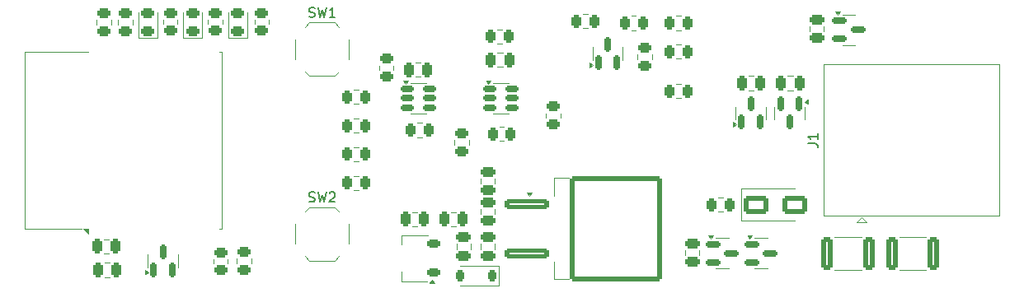
<source format=gbr>
%TF.GenerationSoftware,KiCad,Pcbnew,9.0.6*%
%TF.CreationDate,2026-02-07T10:01:58-05:00*%
%TF.ProjectId,OnionStraws,4f6e696f-6e53-4747-9261-77732e6b6963,rev?*%
%TF.SameCoordinates,Original*%
%TF.FileFunction,Legend,Top*%
%TF.FilePolarity,Positive*%
%FSLAX46Y46*%
G04 Gerber Fmt 4.6, Leading zero omitted, Abs format (unit mm)*
G04 Created by KiCad (PCBNEW 9.0.6) date 2026-02-07 10:01:58*
%MOMM*%
%LPD*%
G01*
G04 APERTURE LIST*
G04 Aperture macros list*
%AMRoundRect*
0 Rectangle with rounded corners*
0 $1 Rounding radius*
0 $2 $3 $4 $5 $6 $7 $8 $9 X,Y pos of 4 corners*
0 Add a 4 corners polygon primitive as box body*
4,1,4,$2,$3,$4,$5,$6,$7,$8,$9,$2,$3,0*
0 Add four circle primitives for the rounded corners*
1,1,$1+$1,$2,$3*
1,1,$1+$1,$4,$5*
1,1,$1+$1,$6,$7*
1,1,$1+$1,$8,$9*
0 Add four rect primitives between the rounded corners*
20,1,$1+$1,$2,$3,$4,$5,0*
20,1,$1+$1,$4,$5,$6,$7,0*
20,1,$1+$1,$6,$7,$8,$9,0*
20,1,$1+$1,$8,$9,$2,$3,0*%
%AMFreePoly0*
4,1,9,3.862500,-0.866500,0.737500,-0.866500,0.737500,-0.450000,-0.737500,-0.450000,-0.737500,0.450000,0.737500,0.450000,0.737500,0.866500,3.862500,0.866500,3.862500,-0.866500,3.862500,-0.866500,$1*%
G04 Aperture macros list end*
%ADD10C,0.150000*%
%ADD11C,0.120000*%
%ADD12RoundRect,0.250000X-0.250000X-0.475000X0.250000X-0.475000X0.250000X0.475000X-0.250000X0.475000X0*%
%ADD13RoundRect,0.250000X-0.262500X-0.450000X0.262500X-0.450000X0.262500X0.450000X-0.262500X0.450000X0*%
%ADD14RoundRect,0.250000X0.262500X0.450000X-0.262500X0.450000X-0.262500X-0.450000X0.262500X-0.450000X0*%
%ADD15RoundRect,0.150000X0.150000X-0.587500X0.150000X0.587500X-0.150000X0.587500X-0.150000X-0.587500X0*%
%ADD16RoundRect,0.250000X0.312500X1.450000X-0.312500X1.450000X-0.312500X-1.450000X0.312500X-1.450000X0*%
%ADD17R,1.000000X0.750000*%
%ADD18RoundRect,0.243750X0.456250X-0.243750X0.456250X0.243750X-0.456250X0.243750X-0.456250X-0.243750X0*%
%ADD19RoundRect,0.150000X-0.587500X-0.150000X0.587500X-0.150000X0.587500X0.150000X-0.587500X0.150000X0*%
%ADD20RoundRect,0.250000X0.450000X-0.262500X0.450000X0.262500X-0.450000X0.262500X-0.450000X-0.262500X0*%
%ADD21RoundRect,0.250000X-0.450000X0.262500X-0.450000X-0.262500X0.450000X-0.262500X0.450000X0.262500X0*%
%ADD22RoundRect,0.150000X-0.512500X-0.150000X0.512500X-0.150000X0.512500X0.150000X-0.512500X0.150000X0*%
%ADD23RoundRect,0.250000X0.475000X-0.250000X0.475000X0.250000X-0.475000X0.250000X-0.475000X-0.250000X0*%
%ADD24RoundRect,0.250000X0.250000X0.475000X-0.250000X0.475000X-0.250000X-0.475000X0.250000X-0.475000X0*%
%ADD25C,3.200000*%
%ADD26R,0.900000X1.500000*%
%ADD27C,0.600000*%
%ADD28R,2.900000X2.900000*%
%ADD29RoundRect,0.250000X-0.475000X0.250000X-0.475000X-0.250000X0.475000X-0.250000X0.475000X0.250000X0*%
%ADD30RoundRect,0.250000X-2.050000X-0.300000X2.050000X-0.300000X2.050000X0.300000X-2.050000X0.300000X0*%
%ADD31RoundRect,0.250002X-4.449998X-5.149998X4.449998X-5.149998X4.449998X5.149998X-4.449998X5.149998X0*%
%ADD32RoundRect,0.225000X0.225000X0.375000X-0.225000X0.375000X-0.225000X-0.375000X0.225000X-0.375000X0*%
%ADD33RoundRect,0.250000X-0.312500X-1.450000X0.312500X-1.450000X0.312500X1.450000X-0.312500X1.450000X0*%
%ADD34R,1.500000X1.500000*%
%ADD35C,1.500000*%
%ADD36RoundRect,0.225000X0.425000X0.225000X-0.425000X0.225000X-0.425000X-0.225000X0.425000X-0.225000X0*%
%ADD37FreePoly0,180.000000*%
%ADD38RoundRect,0.250000X-1.000000X-0.650000X1.000000X-0.650000X1.000000X0.650000X-1.000000X0.650000X0*%
%ADD39RoundRect,0.150000X-0.150000X0.587500X-0.150000X-0.587500X0.150000X-0.587500X0.150000X0.587500X0*%
%ADD40C,0.990600*%
%ADD41R,1.700000X1.700000*%
%ADD42O,1.700000X1.700000*%
G04 APERTURE END LIST*
D10*
X65666667Y-101157200D02*
X65809524Y-101204819D01*
X65809524Y-101204819D02*
X66047619Y-101204819D01*
X66047619Y-101204819D02*
X66142857Y-101157200D01*
X66142857Y-101157200D02*
X66190476Y-101109580D01*
X66190476Y-101109580D02*
X66238095Y-101014342D01*
X66238095Y-101014342D02*
X66238095Y-100919104D01*
X66238095Y-100919104D02*
X66190476Y-100823866D01*
X66190476Y-100823866D02*
X66142857Y-100776247D01*
X66142857Y-100776247D02*
X66047619Y-100728628D01*
X66047619Y-100728628D02*
X65857143Y-100681009D01*
X65857143Y-100681009D02*
X65761905Y-100633390D01*
X65761905Y-100633390D02*
X65714286Y-100585771D01*
X65714286Y-100585771D02*
X65666667Y-100490533D01*
X65666667Y-100490533D02*
X65666667Y-100395295D01*
X65666667Y-100395295D02*
X65714286Y-100300057D01*
X65714286Y-100300057D02*
X65761905Y-100252438D01*
X65761905Y-100252438D02*
X65857143Y-100204819D01*
X65857143Y-100204819D02*
X66095238Y-100204819D01*
X66095238Y-100204819D02*
X66238095Y-100252438D01*
X66571429Y-100204819D02*
X66809524Y-101204819D01*
X66809524Y-101204819D02*
X67000000Y-100490533D01*
X67000000Y-100490533D02*
X67190476Y-101204819D01*
X67190476Y-101204819D02*
X67428572Y-100204819D01*
X67761905Y-100300057D02*
X67809524Y-100252438D01*
X67809524Y-100252438D02*
X67904762Y-100204819D01*
X67904762Y-100204819D02*
X68142857Y-100204819D01*
X68142857Y-100204819D02*
X68238095Y-100252438D01*
X68238095Y-100252438D02*
X68285714Y-100300057D01*
X68285714Y-100300057D02*
X68333333Y-100395295D01*
X68333333Y-100395295D02*
X68333333Y-100490533D01*
X68333333Y-100490533D02*
X68285714Y-100633390D01*
X68285714Y-100633390D02*
X67714286Y-101204819D01*
X67714286Y-101204819D02*
X68333333Y-101204819D01*
X65666667Y-82157200D02*
X65809524Y-82204819D01*
X65809524Y-82204819D02*
X66047619Y-82204819D01*
X66047619Y-82204819D02*
X66142857Y-82157200D01*
X66142857Y-82157200D02*
X66190476Y-82109580D01*
X66190476Y-82109580D02*
X66238095Y-82014342D01*
X66238095Y-82014342D02*
X66238095Y-81919104D01*
X66238095Y-81919104D02*
X66190476Y-81823866D01*
X66190476Y-81823866D02*
X66142857Y-81776247D01*
X66142857Y-81776247D02*
X66047619Y-81728628D01*
X66047619Y-81728628D02*
X65857143Y-81681009D01*
X65857143Y-81681009D02*
X65761905Y-81633390D01*
X65761905Y-81633390D02*
X65714286Y-81585771D01*
X65714286Y-81585771D02*
X65666667Y-81490533D01*
X65666667Y-81490533D02*
X65666667Y-81395295D01*
X65666667Y-81395295D02*
X65714286Y-81300057D01*
X65714286Y-81300057D02*
X65761905Y-81252438D01*
X65761905Y-81252438D02*
X65857143Y-81204819D01*
X65857143Y-81204819D02*
X66095238Y-81204819D01*
X66095238Y-81204819D02*
X66238095Y-81252438D01*
X66571429Y-81204819D02*
X66809524Y-82204819D01*
X66809524Y-82204819D02*
X67000000Y-81490533D01*
X67000000Y-81490533D02*
X67190476Y-82204819D01*
X67190476Y-82204819D02*
X67428572Y-81204819D01*
X68333333Y-82204819D02*
X67761905Y-82204819D01*
X68047619Y-82204819D02*
X68047619Y-81204819D01*
X68047619Y-81204819D02*
X67952381Y-81347676D01*
X67952381Y-81347676D02*
X67857143Y-81442914D01*
X67857143Y-81442914D02*
X67761905Y-81490533D01*
X116879819Y-95170833D02*
X117594104Y-95170833D01*
X117594104Y-95170833D02*
X117736961Y-95218452D01*
X117736961Y-95218452D02*
X117832200Y-95313690D01*
X117832200Y-95313690D02*
X117879819Y-95456547D01*
X117879819Y-95456547D02*
X117879819Y-95551785D01*
X117879819Y-94170833D02*
X117879819Y-94742261D01*
X117879819Y-94456547D02*
X116879819Y-94456547D01*
X116879819Y-94456547D02*
X117022676Y-94551785D01*
X117022676Y-94551785D02*
X117117914Y-94647023D01*
X117117914Y-94647023D02*
X117165533Y-94742261D01*
D11*
%TO.C,C14*%
X76263748Y-102265000D02*
X76786252Y-102265000D01*
X76263748Y-103735000D02*
X76786252Y-103735000D01*
%TO.C,R25*%
X103385436Y-89065000D02*
X103839564Y-89065000D01*
X103385436Y-90535000D02*
X103839564Y-90535000D01*
%TO.C,R17*%
X85664564Y-93465000D02*
X85210436Y-93465000D01*
X85664564Y-94935000D02*
X85210436Y-94935000D01*
%TO.C,D9*%
X94765000Y-85937500D02*
X94765000Y-85287500D01*
X94765000Y-85937500D02*
X94765000Y-86587500D01*
X97885000Y-85937500D02*
X97885000Y-85287500D01*
X97885000Y-85937500D02*
X97885000Y-86587500D01*
X94815000Y-87100000D02*
X94485000Y-87340000D01*
X94485000Y-86860000D01*
X94815000Y-87100000D01*
G36*
X94815000Y-87100000D02*
G01*
X94485000Y-87340000D01*
X94485000Y-86860000D01*
X94815000Y-87100000D01*
G37*
%TO.C,F2*%
X122411252Y-104790000D02*
X119638748Y-104790000D01*
X122411252Y-108210000D02*
X119638748Y-108210000D01*
%TO.C,SW2*%
X64250000Y-103500000D02*
X64250000Y-105500000D01*
X65250000Y-102200000D02*
X65700000Y-101750000D01*
X65250000Y-106800000D02*
X65700000Y-107250000D01*
X65700000Y-101750000D02*
X68300000Y-101750000D01*
X65700000Y-107250000D02*
X68300000Y-107250000D01*
X68750000Y-102200000D02*
X68300000Y-101750000D01*
X68750000Y-106800000D02*
X68300000Y-107250000D01*
X69750000Y-103500000D02*
X69750000Y-105500000D01*
%TO.C,D6*%
X57377500Y-81687500D02*
X57377500Y-84372500D01*
X57377500Y-84372500D02*
X59297500Y-84372500D01*
X59297500Y-84372500D02*
X59297500Y-81687500D01*
%TO.C,Q2*%
X108087500Y-104940000D02*
X107437500Y-104940000D01*
X108087500Y-104940000D02*
X108737500Y-104940000D01*
X108087500Y-108060000D02*
X107437500Y-108060000D01*
X108087500Y-108060000D02*
X108737500Y-108060000D01*
X106925000Y-104990000D02*
X106685000Y-104660000D01*
X107165000Y-104660000D01*
X106925000Y-104990000D01*
G36*
X106925000Y-104990000D02*
G01*
X106685000Y-104660000D01*
X107165000Y-104660000D01*
X106925000Y-104990000D01*
G37*
%TO.C,R2*%
X55865000Y-107539564D02*
X55865000Y-107085436D01*
X57335000Y-107539564D02*
X57335000Y-107085436D01*
%TO.C,R7*%
X55295000Y-82460436D02*
X55295000Y-82914564D01*
X56765000Y-82460436D02*
X56765000Y-82914564D01*
%TO.C,R10*%
X70285436Y-89665000D02*
X70739564Y-89665000D01*
X70285436Y-91135000D02*
X70739564Y-91135000D01*
%TO.C,C6*%
X76613748Y-86865000D02*
X77136252Y-86865000D01*
X76613748Y-88335000D02*
X77136252Y-88335000D01*
%TO.C,D1*%
X121087500Y-81940000D02*
X120437500Y-81940000D01*
X121087500Y-81940000D02*
X121737500Y-81940000D01*
X121087500Y-85060000D02*
X120437500Y-85060000D01*
X121087500Y-85060000D02*
X121737500Y-85060000D01*
X119925000Y-81990000D02*
X119685000Y-81660000D01*
X120165000Y-81660000D01*
X119925000Y-81990000D01*
G36*
X119925000Y-81990000D02*
G01*
X119685000Y-81660000D01*
X120165000Y-81660000D01*
X119925000Y-81990000D01*
G37*
%TO.C,U5*%
X76887500Y-88990000D02*
X76087500Y-88990000D01*
X76887500Y-88990000D02*
X77687500Y-88990000D01*
X76887500Y-92110000D02*
X76087500Y-92110000D01*
X76887500Y-92110000D02*
X77687500Y-92110000D01*
X75587500Y-89040000D02*
X75347500Y-88710000D01*
X75827500Y-88710000D01*
X75587500Y-89040000D01*
G36*
X75587500Y-89040000D02*
G01*
X75347500Y-88710000D01*
X75827500Y-88710000D01*
X75587500Y-89040000D01*
G37*
%TO.C,C3*%
X117065000Y-83661252D02*
X117065000Y-83138748D01*
X118535000Y-83661252D02*
X118535000Y-83138748D01*
%TO.C,R11*%
X70285436Y-92615000D02*
X70739564Y-92615000D01*
X70285436Y-94085000D02*
X70739564Y-94085000D01*
%TO.C,C4*%
X45211252Y-107465000D02*
X44688748Y-107465000D01*
X45211252Y-108935000D02*
X44688748Y-108935000D01*
%TO.C,U2*%
X36490000Y-85750000D02*
X42990000Y-85750000D01*
X36490000Y-103970000D02*
X36490000Y-85750000D01*
X36490000Y-103970000D02*
X42300000Y-103970000D01*
X56410000Y-85750000D02*
X56710000Y-85750000D01*
X56410000Y-103970000D02*
X56710000Y-103970000D01*
X56710000Y-103970000D02*
X56710000Y-85750000D01*
X43000000Y-104460000D02*
X42500000Y-103960000D01*
X43000000Y-103960000D01*
X43000000Y-104460000D01*
G36*
X43000000Y-104460000D02*
G01*
X42500000Y-103960000D01*
X43000000Y-103960000D01*
X43000000Y-104460000D01*
G37*
%TO.C,R16*%
X76785436Y-93065000D02*
X77239564Y-93065000D01*
X76785436Y-94535000D02*
X77239564Y-94535000D01*
%TO.C,R13*%
X70285436Y-98515000D02*
X70739564Y-98515000D01*
X70285436Y-99985000D02*
X70739564Y-99985000D01*
%TO.C,C2*%
X44588748Y-105045000D02*
X45111252Y-105045000D01*
X44588748Y-106515000D02*
X45111252Y-106515000D01*
%TO.C,C12*%
X80790000Y-105538748D02*
X80790000Y-106061252D01*
X82260000Y-105538748D02*
X82260000Y-106061252D01*
%TO.C,Q1*%
X112087500Y-104940000D02*
X111437500Y-104940000D01*
X112087500Y-104940000D02*
X112737500Y-104940000D01*
X112087500Y-108060000D02*
X111437500Y-108060000D01*
X112087500Y-108060000D02*
X112737500Y-108060000D01*
X110925000Y-104990000D02*
X110685000Y-104660000D01*
X111165000Y-104660000D01*
X110925000Y-104990000D01*
G36*
X110925000Y-104990000D02*
G01*
X110685000Y-104660000D01*
X111165000Y-104660000D01*
X110925000Y-104990000D01*
G37*
%TO.C,U3*%
X90850000Y-98760000D02*
X90850000Y-100570000D01*
X90850000Y-109160000D02*
X90850000Y-107350000D01*
X92350000Y-98760000D02*
X90850000Y-98760000D01*
X92350000Y-109160000D02*
X90850000Y-109160000D01*
X88287500Y-100570000D02*
X88047500Y-100240000D01*
X88527500Y-100240000D01*
X88287500Y-100570000D01*
G36*
X88287500Y-100570000D02*
G01*
X88047500Y-100240000D01*
X88527500Y-100240000D01*
X88287500Y-100570000D01*
G37*
%TO.C,C1*%
X85536252Y-85865000D02*
X85013748Y-85865000D01*
X85536252Y-87335000D02*
X85013748Y-87335000D01*
%TO.C,C9*%
X83290000Y-101938748D02*
X83290000Y-102461252D01*
X84760000Y-101938748D02*
X84760000Y-102461252D01*
%TO.C,U1*%
X49090000Y-107262500D02*
X49090000Y-106612500D01*
X49090000Y-107262500D02*
X49090000Y-107912500D01*
X52210000Y-107262500D02*
X52210000Y-106612500D01*
X52210000Y-107262500D02*
X52210000Y-107912500D01*
X49140000Y-108425000D02*
X48810000Y-108665000D01*
X48810000Y-108185000D01*
X49140000Y-108425000D01*
G36*
X49140000Y-108425000D02*
G01*
X48810000Y-108665000D01*
X48810000Y-108185000D01*
X49140000Y-108425000D01*
G37*
%TO.C,R21*%
X89990000Y-92539564D02*
X89990000Y-92085436D01*
X91460000Y-92539564D02*
X91460000Y-92085436D01*
%TO.C,R19*%
X94264564Y-81865000D02*
X93810436Y-81865000D01*
X94264564Y-83335000D02*
X93810436Y-83335000D01*
%TO.C,R6*%
X50680000Y-82914564D02*
X50680000Y-82460436D01*
X52150000Y-82914564D02*
X52150000Y-82460436D01*
%TO.C,R20*%
X80590000Y-94860436D02*
X80590000Y-95314564D01*
X82060000Y-94860436D02*
X82060000Y-95314564D01*
%TO.C,R1*%
X60065000Y-82460436D02*
X60065000Y-82914564D01*
X61535000Y-82460436D02*
X61535000Y-82914564D01*
%TO.C,C11*%
X83290000Y-106061252D02*
X83290000Y-105538748D01*
X84760000Y-106061252D02*
X84760000Y-105538748D01*
%TO.C,D8*%
X85185000Y-107800000D02*
X81175000Y-107800000D01*
X85185000Y-109800000D02*
X81175000Y-109800000D01*
X85185000Y-109800000D02*
X85185000Y-107800000D01*
%TO.C,C8*%
X104290000Y-106711252D02*
X104290000Y-106188748D01*
X105760000Y-106711252D02*
X105760000Y-106188748D01*
%TO.C,C10*%
X83290000Y-98788748D02*
X83290000Y-99311252D01*
X84760000Y-98788748D02*
X84760000Y-99311252D01*
%TO.C,F1*%
X126276248Y-104790000D02*
X129048752Y-104790000D01*
X126276248Y-108210000D02*
X129048752Y-108210000D01*
%TO.C,SW1*%
X64250000Y-84500000D02*
X64250000Y-86500000D01*
X65250000Y-83200000D02*
X65700000Y-82750000D01*
X65250000Y-87800000D02*
X65700000Y-88250000D01*
X65700000Y-82750000D02*
X68300000Y-82750000D01*
X65700000Y-88250000D02*
X68300000Y-88250000D01*
X68750000Y-83200000D02*
X68300000Y-82750000D01*
X68750000Y-87800000D02*
X68300000Y-88250000D01*
X69750000Y-84500000D02*
X69750000Y-86500000D01*
%TO.C,R15*%
X72865000Y-87172936D02*
X72865000Y-87627064D01*
X74335000Y-87172936D02*
X74335000Y-87627064D01*
%TO.C,R4*%
X43865000Y-82939564D02*
X43865000Y-82485436D01*
X45335000Y-82939564D02*
X45335000Y-82485436D01*
%TO.C,R24*%
X103385436Y-85015000D02*
X103839564Y-85015000D01*
X103385436Y-86485000D02*
X103839564Y-86485000D01*
%TO.C,J1*%
X118545000Y-87077500D02*
X118545000Y-102597500D01*
X118545000Y-87077500D02*
X136505000Y-87077500D01*
X118545000Y-102597500D02*
X136505000Y-102597500D01*
X121925000Y-103282500D02*
X122925000Y-103282500D01*
X122425000Y-102782500D02*
X121925000Y-103282500D01*
X122925000Y-103282500D02*
X122425000Y-102782500D01*
X136505000Y-102597500D02*
X136505000Y-87077500D01*
%TO.C,D3*%
X109465000Y-92062500D02*
X109465000Y-91412500D01*
X109465000Y-92062500D02*
X109465000Y-92712500D01*
X112585000Y-92062500D02*
X112585000Y-91412500D01*
X112585000Y-92062500D02*
X112585000Y-92712500D01*
X109515000Y-93225000D02*
X109185000Y-93465000D01*
X109185000Y-92985000D01*
X109515000Y-93225000D01*
G36*
X109515000Y-93225000D02*
G01*
X109185000Y-93465000D01*
X109185000Y-92985000D01*
X109515000Y-93225000D01*
G37*
%TO.C,C5*%
X114813748Y-88265000D02*
X115336252Y-88265000D01*
X114813748Y-89735000D02*
X115336252Y-89735000D01*
%TO.C,C13*%
X80213748Y-102265000D02*
X80736252Y-102265000D01*
X80213748Y-103735000D02*
X80736252Y-103735000D01*
%TO.C,R12*%
X70285436Y-95565000D02*
X70739564Y-95565000D01*
X70285436Y-97035000D02*
X70739564Y-97035000D01*
%TO.C,R9*%
X108164564Y-100765000D02*
X107710436Y-100765000D01*
X108164564Y-102235000D02*
X107710436Y-102235000D01*
%TO.C,U4*%
X85387500Y-88990000D02*
X84587500Y-88990000D01*
X85387500Y-88990000D02*
X86187500Y-88990000D01*
X85387500Y-92110000D02*
X84587500Y-92110000D01*
X85387500Y-92110000D02*
X86187500Y-92110000D01*
X84087500Y-89040000D02*
X83847500Y-88710000D01*
X84327500Y-88710000D01*
X84087500Y-89040000D01*
G36*
X84087500Y-89040000D02*
G01*
X83847500Y-88710000D01*
X84327500Y-88710000D01*
X84087500Y-89040000D01*
G37*
%TO.C,R14*%
X85464564Y-83465000D02*
X85010436Y-83465000D01*
X85464564Y-84935000D02*
X85010436Y-84935000D01*
%TO.C,R23*%
X103385436Y-82065000D02*
X103839564Y-82065000D01*
X103385436Y-83535000D02*
X103839564Y-83535000D01*
%TO.C,U6*%
X75165000Y-104640000D02*
X77885000Y-104640000D01*
X75165000Y-105620000D02*
X75165000Y-104640000D01*
X75165000Y-108380000D02*
X75165000Y-109360000D01*
X77745000Y-109360000D02*
X75165000Y-109360000D01*
X78535000Y-109540000D02*
X78055000Y-109540000D01*
X78295000Y-109210000D01*
X78535000Y-109540000D01*
G36*
X78535000Y-109540000D02*
G01*
X78055000Y-109540000D01*
X78295000Y-109210000D01*
X78535000Y-109540000D01*
G37*
%TO.C,R18*%
X99390000Y-86060436D02*
X99390000Y-86514564D01*
X100860000Y-86060436D02*
X100860000Y-86514564D01*
%TO.C,R3*%
X58265000Y-107060436D02*
X58265000Y-107514564D01*
X59735000Y-107060436D02*
X59735000Y-107514564D01*
%TO.C,R22*%
X98785436Y-82065000D02*
X99239564Y-82065000D01*
X98785436Y-83535000D02*
X99239564Y-83535000D01*
%TO.C,R5*%
X46065000Y-82939564D02*
X46065000Y-82485436D01*
X47535000Y-82939564D02*
X47535000Y-82485436D01*
%TO.C,C7*%
X110813748Y-88265000D02*
X111336252Y-88265000D01*
X110813748Y-89735000D02*
X111336252Y-89735000D01*
%TO.C,D5*%
X48147500Y-81687500D02*
X48147500Y-84372500D01*
X48147500Y-84372500D02*
X50067500Y-84372500D01*
X50067500Y-84372500D02*
X50067500Y-81687500D01*
%TO.C,D7*%
X110015000Y-99850000D02*
X110015000Y-103150000D01*
X110015000Y-99850000D02*
X115525000Y-99850000D01*
X110015000Y-103150000D02*
X115525000Y-103150000D01*
%TO.C,D4*%
X52762500Y-81687500D02*
X52762500Y-84372500D01*
X52762500Y-84372500D02*
X54682500Y-84372500D01*
X54682500Y-84372500D02*
X54682500Y-81687500D01*
%TO.C,D2*%
X113465000Y-92062500D02*
X113465000Y-91412500D01*
X113465000Y-92062500D02*
X113465000Y-92712500D01*
X116585000Y-92062500D02*
X116585000Y-91412500D01*
X116585000Y-92062500D02*
X116585000Y-92712500D01*
X116865000Y-91140000D02*
X116535000Y-90900000D01*
X116865000Y-90660000D01*
X116865000Y-91140000D01*
G36*
X116865000Y-91140000D02*
G01*
X116535000Y-90900000D01*
X116865000Y-90660000D01*
X116865000Y-91140000D01*
G37*
%TD*%
%LPC*%
D12*
%TO.C,C14*%
X75575000Y-103000000D03*
X77475000Y-103000000D03*
%TD*%
D13*
%TO.C,R25*%
X102700000Y-89800000D03*
X104525000Y-89800000D03*
%TD*%
D14*
%TO.C,R17*%
X86350000Y-94200000D03*
X84525000Y-94200000D03*
%TD*%
D15*
%TO.C,D9*%
X95375000Y-86875000D03*
X97275000Y-86875000D03*
X96325000Y-85000000D03*
%TD*%
D16*
%TO.C,F2*%
X123162500Y-106500000D03*
X118887500Y-106500000D03*
%TD*%
D17*
%TO.C,SW2*%
X64000000Y-102625000D03*
X70000000Y-102625000D03*
X64000000Y-106375000D03*
X70000000Y-106375000D03*
%TD*%
D18*
%TO.C,D6*%
X58337500Y-83625000D03*
X58337500Y-81750000D03*
%TD*%
D19*
%TO.C,Q2*%
X107150000Y-105550000D03*
X107150000Y-107450000D03*
X109025000Y-106500000D03*
%TD*%
D20*
%TO.C,R2*%
X56600000Y-108225000D03*
X56600000Y-106400000D03*
%TD*%
D21*
%TO.C,R7*%
X56030000Y-81775000D03*
X56030000Y-83600000D03*
%TD*%
D13*
%TO.C,R10*%
X69600000Y-90400000D03*
X71425000Y-90400000D03*
%TD*%
D12*
%TO.C,C6*%
X75925000Y-87600000D03*
X77825000Y-87600000D03*
%TD*%
D19*
%TO.C,D1*%
X120150000Y-82550000D03*
X120150000Y-84450000D03*
X122025000Y-83500000D03*
%TD*%
D22*
%TO.C,U5*%
X75750000Y-89600000D03*
X75750000Y-90550000D03*
X75750000Y-91500000D03*
X78025000Y-91500000D03*
X78025000Y-90550000D03*
X78025000Y-89600000D03*
%TD*%
D23*
%TO.C,C3*%
X117800000Y-84350000D03*
X117800000Y-82450000D03*
%TD*%
D13*
%TO.C,R11*%
X69600000Y-93350000D03*
X71425000Y-93350000D03*
%TD*%
D24*
%TO.C,C4*%
X45900000Y-108200000D03*
X44000000Y-108200000D03*
%TD*%
D25*
%TO.C,H1*%
X65000000Y-95000000D03*
%TD*%
D26*
%TO.C,U2*%
X43700000Y-103610000D03*
X45200000Y-103610000D03*
X46700000Y-103610000D03*
X48200000Y-103610000D03*
X49700000Y-103610000D03*
X51200000Y-103610000D03*
X52700000Y-103610000D03*
X54200000Y-103610000D03*
X55700000Y-103610000D03*
X55700000Y-86110000D03*
X54200000Y-86110000D03*
X52700000Y-86110000D03*
X51200000Y-86110000D03*
X49700000Y-86110000D03*
X48200000Y-86110000D03*
X46700000Y-86110000D03*
X45200000Y-86110000D03*
X43700000Y-86110000D03*
D27*
X49350000Y-95000000D03*
X50450000Y-95000000D03*
X48800000Y-94450000D03*
X49900000Y-94450000D03*
X51000000Y-94450000D03*
X49350000Y-93900000D03*
D28*
X49900000Y-93900000D03*
D27*
X50450000Y-93900000D03*
X48800000Y-93350000D03*
X49900000Y-93350000D03*
X51000000Y-93350000D03*
X49350000Y-92800000D03*
X50450000Y-92800000D03*
%TD*%
D13*
%TO.C,R16*%
X76100000Y-93800000D03*
X77925000Y-93800000D03*
%TD*%
%TO.C,R13*%
X69600000Y-99250000D03*
X71425000Y-99250000D03*
%TD*%
D12*
%TO.C,C2*%
X43900000Y-105780000D03*
X45800000Y-105780000D03*
%TD*%
D29*
%TO.C,C12*%
X81525000Y-104850000D03*
X81525000Y-106750000D03*
%TD*%
D19*
%TO.C,Q1*%
X111150000Y-105550000D03*
X111150000Y-107450000D03*
X113025000Y-106500000D03*
%TD*%
D30*
%TO.C,U3*%
X88025000Y-101420000D03*
D31*
X97175000Y-103960000D03*
D30*
X88025000Y-106500000D03*
%TD*%
D24*
%TO.C,C1*%
X86225000Y-86600000D03*
X84325000Y-86600000D03*
%TD*%
D29*
%TO.C,C9*%
X84025000Y-101250000D03*
X84025000Y-103150000D03*
%TD*%
D15*
%TO.C,U1*%
X49700000Y-108200000D03*
X51600000Y-108200000D03*
X50650000Y-106325000D03*
%TD*%
D20*
%TO.C,R21*%
X90725000Y-93225000D03*
X90725000Y-91400000D03*
%TD*%
D14*
%TO.C,R19*%
X94950000Y-82600000D03*
X93125000Y-82600000D03*
%TD*%
D20*
%TO.C,R6*%
X51415000Y-83600000D03*
X51415000Y-81775000D03*
%TD*%
D21*
%TO.C,R20*%
X81325000Y-94175000D03*
X81325000Y-96000000D03*
%TD*%
%TO.C,R1*%
X60800000Y-81775000D03*
X60800000Y-83600000D03*
%TD*%
D23*
%TO.C,C11*%
X84025000Y-106750000D03*
X84025000Y-104850000D03*
%TD*%
D32*
%TO.C,D8*%
X84475000Y-108800000D03*
X81175000Y-108800000D03*
%TD*%
D23*
%TO.C,C8*%
X105025000Y-107400000D03*
X105025000Y-105500000D03*
%TD*%
D29*
%TO.C,C10*%
X84025000Y-98100000D03*
X84025000Y-100000000D03*
%TD*%
D33*
%TO.C,F1*%
X125525000Y-106500000D03*
X129800000Y-106500000D03*
%TD*%
D17*
%TO.C,SW1*%
X64000000Y-83625000D03*
X70000000Y-83625000D03*
X64000000Y-87375000D03*
X70000000Y-87375000D03*
%TD*%
D21*
%TO.C,R15*%
X73600000Y-86487500D03*
X73600000Y-88312500D03*
%TD*%
D20*
%TO.C,R4*%
X44600000Y-83625000D03*
X44600000Y-81800000D03*
%TD*%
D13*
%TO.C,R24*%
X102700000Y-85750000D03*
X104525000Y-85750000D03*
%TD*%
D25*
%TO.C,J1*%
X128775000Y-100552500D03*
X128775000Y-89122500D03*
D34*
X122425000Y-99282500D03*
D35*
X119885000Y-98012500D03*
X122425000Y-96742500D03*
X119885000Y-95472500D03*
X122425000Y-94202500D03*
X119885000Y-92932500D03*
X122425000Y-91662500D03*
X119885000Y-90392500D03*
%TD*%
D25*
%TO.C,H2*%
X103525000Y-95000000D03*
%TD*%
D15*
%TO.C,D3*%
X110075000Y-93000000D03*
X111975000Y-93000000D03*
X111025000Y-91125000D03*
%TD*%
D12*
%TO.C,C5*%
X114125000Y-89000000D03*
X116025000Y-89000000D03*
%TD*%
%TO.C,C13*%
X79525000Y-103000000D03*
X81425000Y-103000000D03*
%TD*%
D13*
%TO.C,R12*%
X69600000Y-96300000D03*
X71425000Y-96300000D03*
%TD*%
D14*
%TO.C,R9*%
X108850000Y-101500000D03*
X107025000Y-101500000D03*
%TD*%
D22*
%TO.C,U4*%
X84250000Y-89600000D03*
X84250000Y-90550000D03*
X84250000Y-91500000D03*
X86525000Y-91500000D03*
X86525000Y-90550000D03*
X86525000Y-89600000D03*
%TD*%
D14*
%TO.C,R14*%
X86150000Y-84200000D03*
X84325000Y-84200000D03*
%TD*%
D13*
%TO.C,R23*%
X102700000Y-82800000D03*
X104525000Y-82800000D03*
%TD*%
D36*
%TO.C,U6*%
X78475000Y-108500000D03*
D37*
X78387500Y-107000000D03*
D36*
X78475000Y-105500000D03*
%TD*%
D21*
%TO.C,R18*%
X100125000Y-85375000D03*
X100125000Y-87200000D03*
%TD*%
%TO.C,R3*%
X59000000Y-106375000D03*
X59000000Y-108200000D03*
%TD*%
D13*
%TO.C,R22*%
X98100000Y-82800000D03*
X99925000Y-82800000D03*
%TD*%
D20*
%TO.C,R5*%
X46800000Y-83625000D03*
X46800000Y-81800000D03*
%TD*%
D12*
%TO.C,C7*%
X110125000Y-89000000D03*
X112025000Y-89000000D03*
%TD*%
D18*
%TO.C,D5*%
X49107500Y-83625000D03*
X49107500Y-81750000D03*
%TD*%
D38*
%TO.C,D7*%
X111525000Y-101500000D03*
X115525000Y-101500000D03*
%TD*%
D18*
%TO.C,D4*%
X53722500Y-83625000D03*
X53722500Y-81750000D03*
%TD*%
D39*
%TO.C,D2*%
X115975000Y-91125000D03*
X114075000Y-91125000D03*
X115025000Y-93000000D03*
%TD*%
D40*
%TO.C,J3*%
X53270000Y-107365000D03*
X48190000Y-108381000D03*
X48190000Y-106349000D03*
%TD*%
D41*
%TO.C,J2*%
X58000000Y-98500000D03*
D42*
X55460000Y-98500000D03*
X52920000Y-98500000D03*
X50380000Y-98500000D03*
X47840000Y-98500000D03*
X45300000Y-98500000D03*
%TD*%
%LPD*%
M02*

</source>
